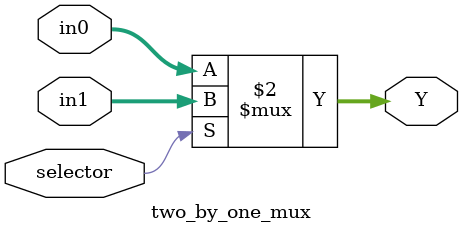
<source format=v>
`timescale 1ns / 1ps


module two_by_one_mux(
    input [3:0] in0,
    input [3:0] in1,
    input selector,
    output [3:0] Y
    );
    
    assign Y = (selector == 0) ? in0 : in1;
endmodule

</source>
